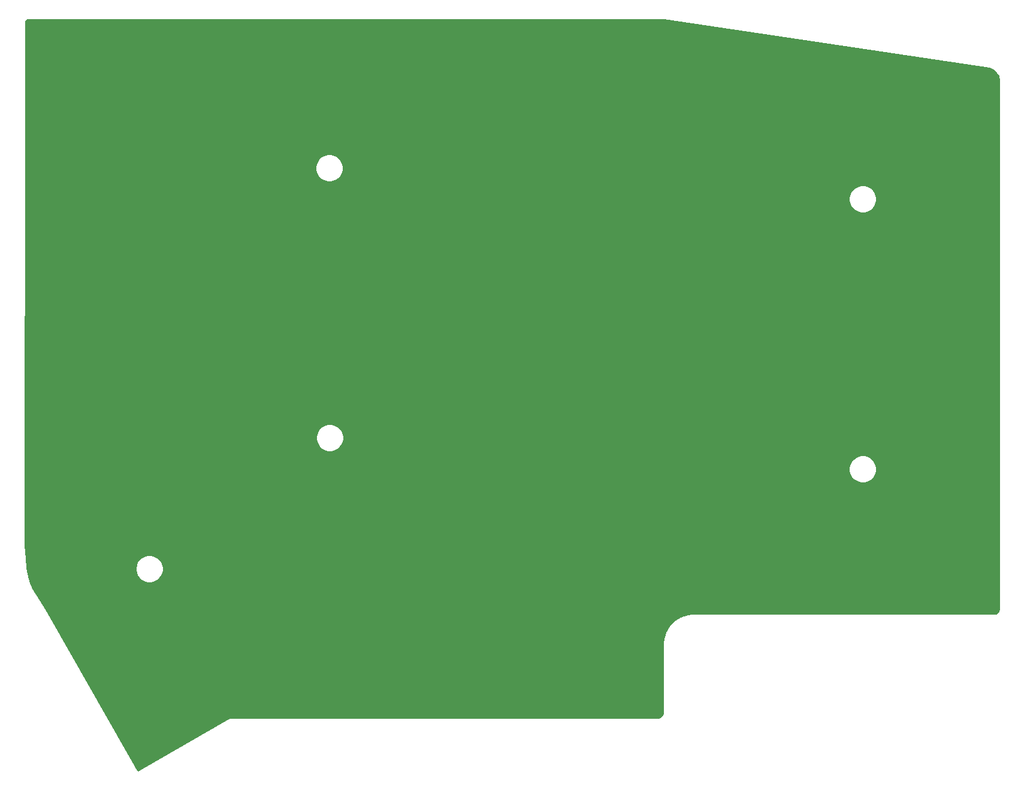
<source format=gtl>
G04 #@! TF.GenerationSoftware,KiCad,Pcbnew,(5.1.8)-1*
G04 #@! TF.CreationDate,2021-02-14T00:26:11+02:00*
G04 #@! TF.ProjectId,FR4_Bottom_Plate,4652345f-426f-4747-946f-6d5f506c6174,0.95*
G04 #@! TF.SameCoordinates,Original*
G04 #@! TF.FileFunction,Copper,L1,Top*
G04 #@! TF.FilePolarity,Positive*
%FSLAX46Y46*%
G04 Gerber Fmt 4.6, Leading zero omitted, Abs format (unit mm)*
G04 Created by KiCad (PCBNEW (5.1.8)-1) date 2021-02-14 00:26:11*
%MOMM*%
%LPD*%
G01*
G04 APERTURE LIST*
G04 #@! TA.AperFunction,NonConductor*
%ADD10C,0.254000*%
G04 #@! TD*
G04 #@! TA.AperFunction,NonConductor*
%ADD11C,0.100000*%
G04 #@! TD*
G04 APERTURE END LIST*
D10*
X217576499Y-43331674D02*
X218103023Y-43585272D01*
X218558348Y-43983661D01*
X218820095Y-44434950D01*
X218969920Y-44959338D01*
X218969921Y-119640980D01*
X218945527Y-119844869D01*
X218899450Y-119993469D01*
X218829626Y-120122193D01*
X218736622Y-120234938D01*
X218623879Y-120327940D01*
X218495153Y-120397765D01*
X218357908Y-120440322D01*
X218148916Y-120458560D01*
X175790942Y-120458596D01*
X175790165Y-120458443D01*
X175718624Y-120458596D01*
X175683243Y-120458596D01*
X175682458Y-120458673D01*
X175681663Y-120458675D01*
X175646218Y-120462243D01*
X175575263Y-120469231D01*
X175574506Y-120469461D01*
X174974368Y-120529866D01*
X174936611Y-120530098D01*
X174867053Y-120544379D01*
X174797621Y-120558345D01*
X174762778Y-120572865D01*
X174173138Y-120755701D01*
X174137599Y-120762997D01*
X174037612Y-120805134D01*
X174037601Y-120805140D01*
X174004173Y-120819228D01*
X173974142Y-120839562D01*
X173912498Y-120873000D01*
X173900000Y-120873000D01*
X173875224Y-120875440D01*
X173851399Y-120882667D01*
X173829443Y-120894403D01*
X173810197Y-120910197D01*
X173794403Y-120929443D01*
X173788670Y-120940168D01*
X173444237Y-121127000D01*
X173411981Y-121140456D01*
X173380754Y-121161435D01*
X173379587Y-121162068D01*
X173350911Y-121181484D01*
X173321917Y-121200963D01*
X173320884Y-121201815D01*
X173289742Y-121222901D01*
X173265186Y-121247761D01*
X172805461Y-121626988D01*
X172776787Y-121646043D01*
X172749757Y-121672938D01*
X172748325Y-121674119D01*
X172724091Y-121698475D01*
X172699872Y-121722573D01*
X172698697Y-121723997D01*
X172671796Y-121751034D01*
X172652739Y-121779711D01*
X172273518Y-122239428D01*
X172248654Y-122263989D01*
X172227564Y-122295137D01*
X172226716Y-122296165D01*
X172207282Y-122325091D01*
X172187821Y-122353834D01*
X172187188Y-122355001D01*
X172166208Y-122386229D01*
X172152751Y-122418487D01*
X171865321Y-122948380D01*
X171844980Y-122978420D01*
X171802842Y-123078406D01*
X171802840Y-123078414D01*
X171788750Y-123111847D01*
X171781456Y-123147377D01*
X171602401Y-123724826D01*
X171591991Y-123747558D01*
X171581009Y-123793816D01*
X171577673Y-123804574D01*
X171572672Y-123828932D01*
X171566928Y-123853126D01*
X171565413Y-123864288D01*
X171555851Y-123910859D01*
X171555697Y-123935859D01*
X171473813Y-124539065D01*
X171469872Y-124552051D01*
X171464090Y-124610692D01*
X171461044Y-124633129D01*
X171460548Y-124646608D01*
X171459225Y-124660029D01*
X171459222Y-124682670D01*
X171457057Y-124741557D01*
X171459214Y-124754956D01*
X171458085Y-134387762D01*
X171439602Y-134557799D01*
X171394711Y-134702571D01*
X171324885Y-134831299D01*
X171231883Y-134944044D01*
X171119139Y-135037046D01*
X170990413Y-135106871D01*
X170848459Y-135150887D01*
X170656186Y-135170240D01*
X110379654Y-135170240D01*
X110367269Y-135168210D01*
X110307383Y-135170240D01*
X110283715Y-135170240D01*
X110271294Y-135171463D01*
X110222569Y-135173115D01*
X110199410Y-135178543D01*
X110175735Y-135180875D01*
X110129077Y-135195029D01*
X110081607Y-135206155D01*
X110059951Y-135215998D01*
X110037187Y-135222903D01*
X109994182Y-135245890D01*
X109982828Y-135251050D01*
X109962362Y-135262898D01*
X109909500Y-135291153D01*
X109899795Y-135299118D01*
X97259935Y-142616310D01*
X84311423Y-119825264D01*
X84308139Y-119819807D01*
X82433443Y-116874458D01*
X82115860Y-116152679D01*
X81869452Y-115213983D01*
X81627709Y-114005268D01*
X81619773Y-113913995D01*
X96909900Y-113913995D01*
X96909900Y-114305005D01*
X96986182Y-114688503D01*
X97135815Y-115049750D01*
X97353049Y-115374864D01*
X97629536Y-115651351D01*
X97954650Y-115868585D01*
X98315897Y-116018218D01*
X98699395Y-116094500D01*
X99090405Y-116094500D01*
X99473903Y-116018218D01*
X99835150Y-115868585D01*
X100160264Y-115651351D01*
X100436751Y-115374864D01*
X100653985Y-115049750D01*
X100803618Y-114688503D01*
X100879900Y-114305005D01*
X100879900Y-113913995D01*
X100803618Y-113530497D01*
X100653985Y-113169250D01*
X100436751Y-112844136D01*
X100160264Y-112567649D01*
X99835150Y-112350415D01*
X99473903Y-112200782D01*
X99090405Y-112124500D01*
X98699395Y-112124500D01*
X98315897Y-112200782D01*
X97954650Y-112350415D01*
X97629536Y-112567649D01*
X97353049Y-112844136D01*
X97135815Y-113169250D01*
X96986182Y-113530497D01*
X96909900Y-113913995D01*
X81619773Y-113913995D01*
X81504553Y-112588962D01*
X81442017Y-111776000D01*
X81380014Y-110597942D01*
X81388093Y-99804495D01*
X197715000Y-99804495D01*
X197715000Y-100195505D01*
X197791282Y-100579003D01*
X197940915Y-100940250D01*
X198158149Y-101265364D01*
X198434636Y-101541851D01*
X198759750Y-101759085D01*
X199120997Y-101908718D01*
X199504495Y-101985000D01*
X199895505Y-101985000D01*
X200279003Y-101908718D01*
X200640250Y-101759085D01*
X200965364Y-101541851D01*
X201241851Y-101265364D01*
X201459085Y-100940250D01*
X201608718Y-100579003D01*
X201685000Y-100195505D01*
X201685000Y-99804495D01*
X201608718Y-99420997D01*
X201459085Y-99059750D01*
X201241851Y-98734636D01*
X200965364Y-98458149D01*
X200640250Y-98240915D01*
X200279003Y-98091282D01*
X199895505Y-98015000D01*
X199504495Y-98015000D01*
X199120997Y-98091282D01*
X198759750Y-98240915D01*
X198434636Y-98458149D01*
X198158149Y-98734636D01*
X197940915Y-99059750D01*
X197791282Y-99420997D01*
X197715000Y-99804495D01*
X81388093Y-99804495D01*
X81391411Y-95371995D01*
X122411500Y-95371995D01*
X122411500Y-95763005D01*
X122487782Y-96146503D01*
X122637415Y-96507750D01*
X122854649Y-96832864D01*
X123131136Y-97109351D01*
X123456250Y-97326585D01*
X123817497Y-97476218D01*
X124200995Y-97552500D01*
X124592005Y-97552500D01*
X124975503Y-97476218D01*
X125336750Y-97326585D01*
X125661864Y-97109351D01*
X125938351Y-96832864D01*
X126155585Y-96507750D01*
X126305218Y-96146503D01*
X126381500Y-95763005D01*
X126381500Y-95371995D01*
X126305218Y-94988497D01*
X126155585Y-94627250D01*
X125938351Y-94302136D01*
X125661864Y-94025649D01*
X125336750Y-93808415D01*
X124975503Y-93658782D01*
X124592005Y-93582500D01*
X124200995Y-93582500D01*
X123817497Y-93658782D01*
X123456250Y-93808415D01*
X123131136Y-94025649D01*
X122854649Y-94302136D01*
X122637415Y-94627250D01*
X122487782Y-94988497D01*
X122411500Y-95371995D01*
X81391411Y-95371995D01*
X81416689Y-61604495D01*
X197715000Y-61604495D01*
X197715000Y-61995505D01*
X197791282Y-62379003D01*
X197940915Y-62740250D01*
X198158149Y-63065364D01*
X198434636Y-63341851D01*
X198759750Y-63559085D01*
X199120997Y-63708718D01*
X199504495Y-63785000D01*
X199895505Y-63785000D01*
X200279003Y-63708718D01*
X200640250Y-63559085D01*
X200965364Y-63341851D01*
X201241851Y-63065364D01*
X201459085Y-62740250D01*
X201608718Y-62379003D01*
X201685000Y-61995505D01*
X201685000Y-61604495D01*
X201608718Y-61220997D01*
X201459085Y-60859750D01*
X201241851Y-60534636D01*
X200965364Y-60258149D01*
X200640250Y-60040915D01*
X200279003Y-59891282D01*
X199895505Y-59815000D01*
X199504495Y-59815000D01*
X199120997Y-59891282D01*
X198759750Y-60040915D01*
X198434636Y-60258149D01*
X198158149Y-60534636D01*
X197940915Y-60859750D01*
X197791282Y-61220997D01*
X197715000Y-61604495D01*
X81416689Y-61604495D01*
X81419976Y-57213575D01*
X122340380Y-57213575D01*
X122340380Y-57604585D01*
X122416662Y-57988083D01*
X122566295Y-58349330D01*
X122783529Y-58674444D01*
X123060016Y-58950931D01*
X123385130Y-59168165D01*
X123746377Y-59317798D01*
X124129875Y-59394080D01*
X124520885Y-59394080D01*
X124904383Y-59317798D01*
X125265630Y-59168165D01*
X125590744Y-58950931D01*
X125867231Y-58674444D01*
X126084465Y-58349330D01*
X126234098Y-57988083D01*
X126310380Y-57604585D01*
X126310380Y-57213575D01*
X126234098Y-56830077D01*
X126084465Y-56468830D01*
X125867231Y-56143716D01*
X125590744Y-55867229D01*
X125265630Y-55649995D01*
X124904383Y-55500362D01*
X124520885Y-55424080D01*
X124129875Y-55424080D01*
X123746377Y-55500362D01*
X123385130Y-55649995D01*
X123060016Y-55867229D01*
X122783529Y-56143716D01*
X122566295Y-56468830D01*
X122416662Y-56830077D01*
X122340380Y-57213575D01*
X81419976Y-57213575D01*
X81435271Y-36782044D01*
X81446047Y-36676348D01*
X81464005Y-36618434D01*
X81492365Y-36566151D01*
X81530442Y-36519991D01*
X81576597Y-36481918D01*
X81628884Y-36453556D01*
X81686137Y-36435803D01*
X81791100Y-36425298D01*
X171649036Y-36422001D01*
X217576499Y-43331674D01*
G04 #@! TA.AperFunction,NonConductor*
D11*
G36*
X217576499Y-43331674D02*
G01*
X218103023Y-43585272D01*
X218558348Y-43983661D01*
X218820095Y-44434950D01*
X218969920Y-44959338D01*
X218969921Y-119640980D01*
X218945527Y-119844869D01*
X218899450Y-119993469D01*
X218829626Y-120122193D01*
X218736622Y-120234938D01*
X218623879Y-120327940D01*
X218495153Y-120397765D01*
X218357908Y-120440322D01*
X218148916Y-120458560D01*
X175790942Y-120458596D01*
X175790165Y-120458443D01*
X175718624Y-120458596D01*
X175683243Y-120458596D01*
X175682458Y-120458673D01*
X175681663Y-120458675D01*
X175646218Y-120462243D01*
X175575263Y-120469231D01*
X175574506Y-120469461D01*
X174974368Y-120529866D01*
X174936611Y-120530098D01*
X174867053Y-120544379D01*
X174797621Y-120558345D01*
X174762778Y-120572865D01*
X174173138Y-120755701D01*
X174137599Y-120762997D01*
X174037612Y-120805134D01*
X174037601Y-120805140D01*
X174004173Y-120819228D01*
X173974142Y-120839562D01*
X173912498Y-120873000D01*
X173900000Y-120873000D01*
X173875224Y-120875440D01*
X173851399Y-120882667D01*
X173829443Y-120894403D01*
X173810197Y-120910197D01*
X173794403Y-120929443D01*
X173788670Y-120940168D01*
X173444237Y-121127000D01*
X173411981Y-121140456D01*
X173380754Y-121161435D01*
X173379587Y-121162068D01*
X173350911Y-121181484D01*
X173321917Y-121200963D01*
X173320884Y-121201815D01*
X173289742Y-121222901D01*
X173265186Y-121247761D01*
X172805461Y-121626988D01*
X172776787Y-121646043D01*
X172749757Y-121672938D01*
X172748325Y-121674119D01*
X172724091Y-121698475D01*
X172699872Y-121722573D01*
X172698697Y-121723997D01*
X172671796Y-121751034D01*
X172652739Y-121779711D01*
X172273518Y-122239428D01*
X172248654Y-122263989D01*
X172227564Y-122295137D01*
X172226716Y-122296165D01*
X172207282Y-122325091D01*
X172187821Y-122353834D01*
X172187188Y-122355001D01*
X172166208Y-122386229D01*
X172152751Y-122418487D01*
X171865321Y-122948380D01*
X171844980Y-122978420D01*
X171802842Y-123078406D01*
X171802840Y-123078414D01*
X171788750Y-123111847D01*
X171781456Y-123147377D01*
X171602401Y-123724826D01*
X171591991Y-123747558D01*
X171581009Y-123793816D01*
X171577673Y-123804574D01*
X171572672Y-123828932D01*
X171566928Y-123853126D01*
X171565413Y-123864288D01*
X171555851Y-123910859D01*
X171555697Y-123935859D01*
X171473813Y-124539065D01*
X171469872Y-124552051D01*
X171464090Y-124610692D01*
X171461044Y-124633129D01*
X171460548Y-124646608D01*
X171459225Y-124660029D01*
X171459222Y-124682670D01*
X171457057Y-124741557D01*
X171459214Y-124754956D01*
X171458085Y-134387762D01*
X171439602Y-134557799D01*
X171394711Y-134702571D01*
X171324885Y-134831299D01*
X171231883Y-134944044D01*
X171119139Y-135037046D01*
X170990413Y-135106871D01*
X170848459Y-135150887D01*
X170656186Y-135170240D01*
X110379654Y-135170240D01*
X110367269Y-135168210D01*
X110307383Y-135170240D01*
X110283715Y-135170240D01*
X110271294Y-135171463D01*
X110222569Y-135173115D01*
X110199410Y-135178543D01*
X110175735Y-135180875D01*
X110129077Y-135195029D01*
X110081607Y-135206155D01*
X110059951Y-135215998D01*
X110037187Y-135222903D01*
X109994182Y-135245890D01*
X109982828Y-135251050D01*
X109962362Y-135262898D01*
X109909500Y-135291153D01*
X109899795Y-135299118D01*
X97259935Y-142616310D01*
X84311423Y-119825264D01*
X84308139Y-119819807D01*
X82433443Y-116874458D01*
X82115860Y-116152679D01*
X81869452Y-115213983D01*
X81627709Y-114005268D01*
X81619773Y-113913995D01*
X96909900Y-113913995D01*
X96909900Y-114305005D01*
X96986182Y-114688503D01*
X97135815Y-115049750D01*
X97353049Y-115374864D01*
X97629536Y-115651351D01*
X97954650Y-115868585D01*
X98315897Y-116018218D01*
X98699395Y-116094500D01*
X99090405Y-116094500D01*
X99473903Y-116018218D01*
X99835150Y-115868585D01*
X100160264Y-115651351D01*
X100436751Y-115374864D01*
X100653985Y-115049750D01*
X100803618Y-114688503D01*
X100879900Y-114305005D01*
X100879900Y-113913995D01*
X100803618Y-113530497D01*
X100653985Y-113169250D01*
X100436751Y-112844136D01*
X100160264Y-112567649D01*
X99835150Y-112350415D01*
X99473903Y-112200782D01*
X99090405Y-112124500D01*
X98699395Y-112124500D01*
X98315897Y-112200782D01*
X97954650Y-112350415D01*
X97629536Y-112567649D01*
X97353049Y-112844136D01*
X97135815Y-113169250D01*
X96986182Y-113530497D01*
X96909900Y-113913995D01*
X81619773Y-113913995D01*
X81504553Y-112588962D01*
X81442017Y-111776000D01*
X81380014Y-110597942D01*
X81388093Y-99804495D01*
X197715000Y-99804495D01*
X197715000Y-100195505D01*
X197791282Y-100579003D01*
X197940915Y-100940250D01*
X198158149Y-101265364D01*
X198434636Y-101541851D01*
X198759750Y-101759085D01*
X199120997Y-101908718D01*
X199504495Y-101985000D01*
X199895505Y-101985000D01*
X200279003Y-101908718D01*
X200640250Y-101759085D01*
X200965364Y-101541851D01*
X201241851Y-101265364D01*
X201459085Y-100940250D01*
X201608718Y-100579003D01*
X201685000Y-100195505D01*
X201685000Y-99804495D01*
X201608718Y-99420997D01*
X201459085Y-99059750D01*
X201241851Y-98734636D01*
X200965364Y-98458149D01*
X200640250Y-98240915D01*
X200279003Y-98091282D01*
X199895505Y-98015000D01*
X199504495Y-98015000D01*
X199120997Y-98091282D01*
X198759750Y-98240915D01*
X198434636Y-98458149D01*
X198158149Y-98734636D01*
X197940915Y-99059750D01*
X197791282Y-99420997D01*
X197715000Y-99804495D01*
X81388093Y-99804495D01*
X81391411Y-95371995D01*
X122411500Y-95371995D01*
X122411500Y-95763005D01*
X122487782Y-96146503D01*
X122637415Y-96507750D01*
X122854649Y-96832864D01*
X123131136Y-97109351D01*
X123456250Y-97326585D01*
X123817497Y-97476218D01*
X124200995Y-97552500D01*
X124592005Y-97552500D01*
X124975503Y-97476218D01*
X125336750Y-97326585D01*
X125661864Y-97109351D01*
X125938351Y-96832864D01*
X126155585Y-96507750D01*
X126305218Y-96146503D01*
X126381500Y-95763005D01*
X126381500Y-95371995D01*
X126305218Y-94988497D01*
X126155585Y-94627250D01*
X125938351Y-94302136D01*
X125661864Y-94025649D01*
X125336750Y-93808415D01*
X124975503Y-93658782D01*
X124592005Y-93582500D01*
X124200995Y-93582500D01*
X123817497Y-93658782D01*
X123456250Y-93808415D01*
X123131136Y-94025649D01*
X122854649Y-94302136D01*
X122637415Y-94627250D01*
X122487782Y-94988497D01*
X122411500Y-95371995D01*
X81391411Y-95371995D01*
X81416689Y-61604495D01*
X197715000Y-61604495D01*
X197715000Y-61995505D01*
X197791282Y-62379003D01*
X197940915Y-62740250D01*
X198158149Y-63065364D01*
X198434636Y-63341851D01*
X198759750Y-63559085D01*
X199120997Y-63708718D01*
X199504495Y-63785000D01*
X199895505Y-63785000D01*
X200279003Y-63708718D01*
X200640250Y-63559085D01*
X200965364Y-63341851D01*
X201241851Y-63065364D01*
X201459085Y-62740250D01*
X201608718Y-62379003D01*
X201685000Y-61995505D01*
X201685000Y-61604495D01*
X201608718Y-61220997D01*
X201459085Y-60859750D01*
X201241851Y-60534636D01*
X200965364Y-60258149D01*
X200640250Y-60040915D01*
X200279003Y-59891282D01*
X199895505Y-59815000D01*
X199504495Y-59815000D01*
X199120997Y-59891282D01*
X198759750Y-60040915D01*
X198434636Y-60258149D01*
X198158149Y-60534636D01*
X197940915Y-60859750D01*
X197791282Y-61220997D01*
X197715000Y-61604495D01*
X81416689Y-61604495D01*
X81419976Y-57213575D01*
X122340380Y-57213575D01*
X122340380Y-57604585D01*
X122416662Y-57988083D01*
X122566295Y-58349330D01*
X122783529Y-58674444D01*
X123060016Y-58950931D01*
X123385130Y-59168165D01*
X123746377Y-59317798D01*
X124129875Y-59394080D01*
X124520885Y-59394080D01*
X124904383Y-59317798D01*
X125265630Y-59168165D01*
X125590744Y-58950931D01*
X125867231Y-58674444D01*
X126084465Y-58349330D01*
X126234098Y-57988083D01*
X126310380Y-57604585D01*
X126310380Y-57213575D01*
X126234098Y-56830077D01*
X126084465Y-56468830D01*
X125867231Y-56143716D01*
X125590744Y-55867229D01*
X125265630Y-55649995D01*
X124904383Y-55500362D01*
X124520885Y-55424080D01*
X124129875Y-55424080D01*
X123746377Y-55500362D01*
X123385130Y-55649995D01*
X123060016Y-55867229D01*
X122783529Y-56143716D01*
X122566295Y-56468830D01*
X122416662Y-56830077D01*
X122340380Y-57213575D01*
X81419976Y-57213575D01*
X81435271Y-36782044D01*
X81446047Y-36676348D01*
X81464005Y-36618434D01*
X81492365Y-36566151D01*
X81530442Y-36519991D01*
X81576597Y-36481918D01*
X81628884Y-36453556D01*
X81686137Y-36435803D01*
X81791100Y-36425298D01*
X171649036Y-36422001D01*
X217576499Y-43331674D01*
G37*
G04 #@! TD.AperFunction*
M02*

</source>
